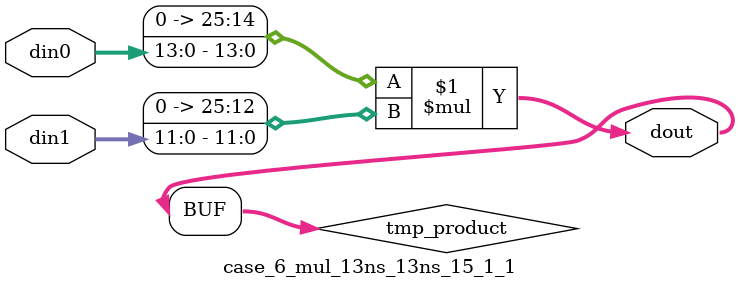
<source format=v>

`timescale 1 ns / 1 ps

 (* use_dsp = "no" *)  module case_6_mul_13ns_13ns_15_1_1(din0, din1, dout);
parameter ID = 1;
parameter NUM_STAGE = 0;
parameter din0_WIDTH = 14;
parameter din1_WIDTH = 12;
parameter dout_WIDTH = 26;

input [din0_WIDTH - 1 : 0] din0; 
input [din1_WIDTH - 1 : 0] din1; 
output [dout_WIDTH - 1 : 0] dout;

wire signed [dout_WIDTH - 1 : 0] tmp_product;
























assign tmp_product = $signed({1'b0, din0}) * $signed({1'b0, din1});











assign dout = tmp_product;





















endmodule

</source>
